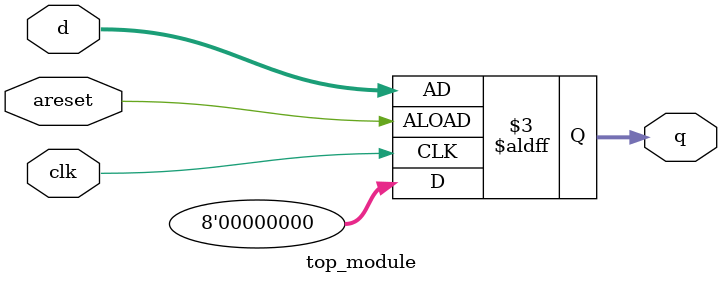
<source format=v>

module top_module (
    input clk,
    input areset,   // active high asynchronous reset// reset khi = 0
    input [7:0] d,
    output reg [7:0] q
);

	always @(posedge clk or posedge areset) begin
		if(areset == 0) begin
			q <= 8'b0;
			end
		else begin
			q <= d;
		end
	end


endmodule

</source>
